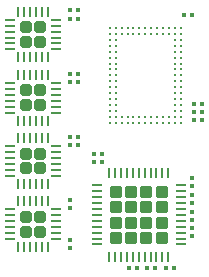
<source format=gbr>
%TF.GenerationSoftware,KiCad,Pcbnew,8.0.5*%
%TF.CreationDate,2025-10-24T05:54:48-05:00*%
%TF.ProjectId,iris-128s,69726973-2d31-4323-9873-2e6b69636164,1*%
%TF.SameCoordinates,Original*%
%TF.FileFunction,Paste,Bot*%
%TF.FilePolarity,Positive*%
%FSLAX46Y46*%
G04 Gerber Fmt 4.6, Leading zero omitted, Abs format (unit mm)*
G04 Created by KiCad (PCBNEW 8.0.5) date 2025-10-24 05:54:48*
%MOMM*%
%LPD*%
G01*
G04 APERTURE LIST*
G04 Aperture macros list*
%AMRoundRect*
0 Rectangle with rounded corners*
0 $1 Rounding radius*
0 $2 $3 $4 $5 $6 $7 $8 $9 X,Y pos of 4 corners*
0 Add a 4 corners polygon primitive as box body*
4,1,4,$2,$3,$4,$5,$6,$7,$8,$9,$2,$3,0*
0 Add four circle primitives for the rounded corners*
1,1,$1+$1,$2,$3*
1,1,$1+$1,$4,$5*
1,1,$1+$1,$6,$7*
1,1,$1+$1,$8,$9*
0 Add four rect primitives between the rounded corners*
20,1,$1+$1,$2,$3,$4,$5,0*
20,1,$1+$1,$4,$5,$6,$7,0*
20,1,$1+$1,$6,$7,$8,$9,0*
20,1,$1+$1,$8,$9,$2,$3,0*%
G04 Aperture macros list end*
%ADD10RoundRect,0.079500X0.079500X0.100500X-0.079500X0.100500X-0.079500X-0.100500X0.079500X-0.100500X0*%
%ADD11RoundRect,0.079500X-0.100500X0.079500X-0.100500X-0.079500X0.100500X-0.079500X0.100500X0.079500X0*%
%ADD12RoundRect,0.079500X0.100500X-0.079500X0.100500X0.079500X-0.100500X0.079500X-0.100500X-0.079500X0*%
%ADD13RoundRect,0.250000X-0.275000X0.275000X-0.275000X-0.275000X0.275000X-0.275000X0.275000X0.275000X0*%
%ADD14R,0.250000X0.900000*%
%ADD15R,0.900000X0.250000*%
%ADD16RoundRect,0.250000X0.255000X-0.255000X0.255000X0.255000X-0.255000X0.255000X-0.255000X-0.255000X0*%
%ADD17RoundRect,0.062500X0.062500X-0.375000X0.062500X0.375000X-0.062500X0.375000X-0.062500X-0.375000X0*%
%ADD18RoundRect,0.062500X0.375000X-0.062500X0.375000X0.062500X-0.375000X0.062500X-0.375000X-0.062500X0*%
%ADD19RoundRect,0.079500X-0.079500X-0.100500X0.079500X-0.100500X0.079500X0.100500X-0.079500X0.100500X0*%
%ADD20C,0.250000*%
G04 APERTURE END LIST*
D10*
%TO.C,C3*%
X124295760Y-90507460D03*
X123605760Y-90507460D03*
%TD*%
D11*
%TO.C,C44*%
X113813660Y-81905000D03*
X113813660Y-82595000D03*
%TD*%
D10*
%TO.C,R11*%
X120363640Y-103733600D03*
X119673640Y-103733600D03*
%TD*%
D12*
%TO.C,R12*%
X123435300Y-98216700D03*
X123435300Y-97526700D03*
%TD*%
%TO.C,R39*%
X123435300Y-96748160D03*
X123435300Y-96058160D03*
%TD*%
D11*
%TO.C,R3*%
X113111280Y-92605000D03*
X113111280Y-93295000D03*
%TD*%
D10*
%TO.C,C9*%
X115865000Y-94033020D03*
X115175000Y-94033020D03*
%TD*%
%TO.C,C1*%
X124295760Y-91209680D03*
X123605760Y-91209680D03*
%TD*%
%TO.C,C10*%
X115865000Y-94733440D03*
X115175000Y-94733440D03*
%TD*%
D13*
%TO.C,U12*%
X120900000Y-97266000D03*
X119600000Y-97266000D03*
X118300000Y-97266000D03*
X117000000Y-97266000D03*
X120900000Y-98566000D03*
X119600000Y-98566000D03*
X118300000Y-98566000D03*
X117000000Y-98566000D03*
X120900000Y-99866000D03*
X119600000Y-99866000D03*
X118300000Y-99866000D03*
X117000000Y-99866000D03*
X120900000Y-101166000D03*
X119600000Y-101166000D03*
X118300000Y-101166000D03*
X117000000Y-101166000D03*
D14*
X116450000Y-95666000D03*
X116950000Y-95666000D03*
X117450000Y-95666000D03*
X117950000Y-95666000D03*
X118450000Y-95666000D03*
X118950000Y-95666000D03*
X119450000Y-95666000D03*
X119950000Y-95666000D03*
X120450000Y-95666000D03*
X120950000Y-95666000D03*
X121450000Y-95666000D03*
D15*
X122500000Y-96716000D03*
X122500000Y-97216000D03*
X122500000Y-97716000D03*
X122500000Y-98216000D03*
X122500000Y-98716000D03*
X122500000Y-99216000D03*
X122500000Y-99716000D03*
X122500000Y-100216000D03*
X122500000Y-100716000D03*
X122500000Y-101216000D03*
X122500000Y-101716000D03*
D14*
X121450000Y-102766000D03*
X120950000Y-102766000D03*
X120450000Y-102766000D03*
X119950000Y-102766000D03*
X119450000Y-102766000D03*
X118950000Y-102766000D03*
X118450000Y-102766000D03*
X117950000Y-102766000D03*
X117450000Y-102766000D03*
X116950000Y-102766000D03*
X116450000Y-102766000D03*
D15*
X115400000Y-101716000D03*
X115400000Y-101216000D03*
X115400000Y-100716000D03*
X115400000Y-100216000D03*
X115400000Y-99716000D03*
X115400000Y-99216000D03*
X115400000Y-98716000D03*
X115400000Y-98216000D03*
X115400000Y-97716000D03*
X115400000Y-97216000D03*
X115400000Y-96716000D03*
%TD*%
D11*
%TO.C,R4*%
X113111280Y-87255000D03*
X113111280Y-87945000D03*
%TD*%
D16*
%TO.C,U8*%
X109375000Y-100625000D03*
X110625000Y-100625000D03*
X109375000Y-99375000D03*
X110625000Y-99375000D03*
D17*
X111250000Y-101937500D03*
X110750000Y-101937500D03*
X110250000Y-101937500D03*
X109750000Y-101937500D03*
X109250000Y-101937500D03*
X108750000Y-101937500D03*
D18*
X108062500Y-101250000D03*
X108062500Y-100750000D03*
X108062500Y-100250000D03*
X108062500Y-99750000D03*
X108062500Y-99250000D03*
X108062500Y-98750000D03*
D17*
X108750000Y-98062500D03*
X109250000Y-98062500D03*
X109750000Y-98062500D03*
X110250000Y-98062500D03*
X110750000Y-98062500D03*
X111250000Y-98062500D03*
D18*
X111937500Y-98750000D03*
X111937500Y-99250000D03*
X111937500Y-99750000D03*
X111937500Y-100250000D03*
X111937500Y-100750000D03*
X111937500Y-101250000D03*
%TD*%
D12*
%TO.C,R13*%
X123435300Y-99618780D03*
X123435300Y-98928780D03*
%TD*%
D10*
%TO.C,C7*%
X118810600Y-103733600D03*
X118120600Y-103733600D03*
%TD*%
%TO.C,C8*%
X121909400Y-103733600D03*
X121219400Y-103733600D03*
%TD*%
D12*
%TO.C,R15*%
X123435300Y-101020020D03*
X123435300Y-100330020D03*
%TD*%
D11*
%TO.C,R5*%
X113111280Y-81905000D03*
X113111280Y-82595000D03*
%TD*%
D19*
%TO.C,R10*%
X123605760Y-89807140D03*
X124295760Y-89807140D03*
%TD*%
D16*
%TO.C,U7*%
X109375000Y-95275000D03*
X110625000Y-95275000D03*
X109375000Y-94025000D03*
X110625000Y-94025000D03*
D17*
X111250000Y-96587500D03*
X110750000Y-96587500D03*
X110250000Y-96587500D03*
X109750000Y-96587500D03*
X109250000Y-96587500D03*
X108750000Y-96587500D03*
D18*
X108062500Y-95900000D03*
X108062500Y-95400000D03*
X108062500Y-94900000D03*
X108062500Y-94400000D03*
X108062500Y-93900000D03*
X108062500Y-93400000D03*
D17*
X108750000Y-92712500D03*
X109250000Y-92712500D03*
X109750000Y-92712500D03*
X110250000Y-92712500D03*
X110750000Y-92712500D03*
X111250000Y-92712500D03*
D18*
X111937500Y-93400000D03*
X111937500Y-93900000D03*
X111937500Y-94400000D03*
X111937500Y-94900000D03*
X111937500Y-95400000D03*
X111937500Y-95900000D03*
%TD*%
D20*
%TO.C,U9*%
X116500000Y-83400000D03*
X116500000Y-83900000D03*
X116500000Y-84400000D03*
X116500000Y-84900000D03*
X116500000Y-85400000D03*
X116500000Y-85900000D03*
X116500000Y-86400000D03*
X116500000Y-86900000D03*
X116500000Y-87400000D03*
X116500000Y-87900000D03*
X116500000Y-88400000D03*
X116500000Y-88900000D03*
X116500000Y-89400000D03*
X116500000Y-89900000D03*
X116500000Y-90400000D03*
X116500000Y-90900000D03*
X116500000Y-91400000D03*
X117000000Y-83400000D03*
X117000000Y-83900000D03*
X117000000Y-84400000D03*
X117000000Y-84900000D03*
X117000000Y-85400000D03*
X117000000Y-85900000D03*
X117000000Y-86400000D03*
X117000000Y-86900000D03*
X117000000Y-87400000D03*
X117000000Y-87900000D03*
X117000000Y-88400000D03*
X117000000Y-88900000D03*
X117000000Y-89400000D03*
X117000000Y-89900000D03*
X117000000Y-90400000D03*
X117000000Y-90900000D03*
X117000000Y-91400000D03*
X117500000Y-83400000D03*
X117500000Y-83900000D03*
X117500000Y-90900000D03*
X117500000Y-91400000D03*
X118000000Y-83400000D03*
X118000000Y-83900000D03*
X118000000Y-90900000D03*
X118000000Y-91400000D03*
X118500000Y-83400000D03*
X118500000Y-83900000D03*
X118500000Y-90900000D03*
X118500000Y-91400000D03*
X119000000Y-83400000D03*
X119000000Y-83900000D03*
X119000000Y-90900000D03*
X119000000Y-91400000D03*
X119500000Y-83400000D03*
X119500000Y-83900000D03*
X119500000Y-90900000D03*
X119500000Y-91400000D03*
X120000000Y-83400000D03*
X120000000Y-83900000D03*
X120000000Y-90900000D03*
X120000000Y-91400000D03*
X120500000Y-83400000D03*
X120500000Y-83900000D03*
X120500000Y-90900000D03*
X120500000Y-91400000D03*
X121000000Y-83400000D03*
X121000000Y-83900000D03*
X121000000Y-90900000D03*
X121000000Y-91400000D03*
X121500000Y-83400000D03*
X121500000Y-83900000D03*
X121500000Y-90900000D03*
X121500000Y-91400000D03*
X122000000Y-83400000D03*
X122000000Y-83900000D03*
X122000000Y-84400000D03*
X122000000Y-84900000D03*
X122000000Y-85400000D03*
X122000000Y-85900000D03*
X122000000Y-86400000D03*
X122000000Y-86900000D03*
X122000000Y-87400000D03*
X122000000Y-87900000D03*
X122000000Y-88400000D03*
X122000000Y-88900000D03*
X122000000Y-89400000D03*
X122000000Y-89900000D03*
X122000000Y-90400000D03*
X122000000Y-90900000D03*
X122000000Y-91400000D03*
X122500000Y-83400000D03*
X122500000Y-83900000D03*
X122500000Y-84400000D03*
X122500000Y-84900000D03*
X122500000Y-85400000D03*
X122500000Y-85900000D03*
X122500000Y-86400000D03*
X122500000Y-86900000D03*
X122500000Y-87400000D03*
X122500000Y-87900000D03*
X122500000Y-88400000D03*
X122500000Y-88900000D03*
X122500000Y-89400000D03*
X122500000Y-89900000D03*
X122500000Y-90400000D03*
X122500000Y-90900000D03*
X122500000Y-91400000D03*
%TD*%
D12*
%TO.C,C45*%
X113111280Y-102045000D03*
X113111280Y-101355000D03*
%TD*%
D10*
%TO.C,C2*%
X123467200Y-82299680D03*
X122777200Y-82299680D03*
%TD*%
D12*
%TO.C,C47*%
X113815840Y-93295000D03*
X113815840Y-92605000D03*
%TD*%
D16*
%TO.C,U6*%
X109375000Y-89925000D03*
X110625000Y-89925000D03*
X109375000Y-88675000D03*
X110625000Y-88675000D03*
D17*
X111250000Y-91237500D03*
X110750000Y-91237500D03*
X110250000Y-91237500D03*
X109750000Y-91237500D03*
X109250000Y-91237500D03*
X108750000Y-91237500D03*
D18*
X108062500Y-90550000D03*
X108062500Y-90050000D03*
X108062500Y-89550000D03*
X108062500Y-89050000D03*
X108062500Y-88550000D03*
X108062500Y-88050000D03*
D17*
X108750000Y-87362500D03*
X109250000Y-87362500D03*
X109750000Y-87362500D03*
X110250000Y-87362500D03*
X110750000Y-87362500D03*
X111250000Y-87362500D03*
D18*
X111937500Y-88050000D03*
X111937500Y-88550000D03*
X111937500Y-89050000D03*
X111937500Y-89550000D03*
X111937500Y-90050000D03*
X111937500Y-90550000D03*
%TD*%
D16*
%TO.C,U5*%
X109375000Y-84575000D03*
X110625000Y-84575000D03*
X109375000Y-83325000D03*
X110625000Y-83325000D03*
D17*
X111250000Y-85887500D03*
X110750000Y-85887500D03*
X110250000Y-85887500D03*
X109750000Y-85887500D03*
X109250000Y-85887500D03*
X108750000Y-85887500D03*
D18*
X108062500Y-85200000D03*
X108062500Y-84700000D03*
X108062500Y-84200000D03*
X108062500Y-83700000D03*
X108062500Y-83200000D03*
X108062500Y-82700000D03*
D17*
X108750000Y-82012500D03*
X109250000Y-82012500D03*
X109750000Y-82012500D03*
X110250000Y-82012500D03*
X110750000Y-82012500D03*
X111250000Y-82012500D03*
D18*
X111937500Y-82700000D03*
X111937500Y-83200000D03*
X111937500Y-83700000D03*
X111937500Y-84200000D03*
X111937500Y-84700000D03*
X111937500Y-85200000D03*
%TD*%
D12*
%TO.C,C46*%
X113813240Y-87945000D03*
X113813240Y-87255000D03*
%TD*%
D11*
%TO.C,R2*%
X113111280Y-97955000D03*
X113111280Y-98645000D03*
%TD*%
M02*

</source>
